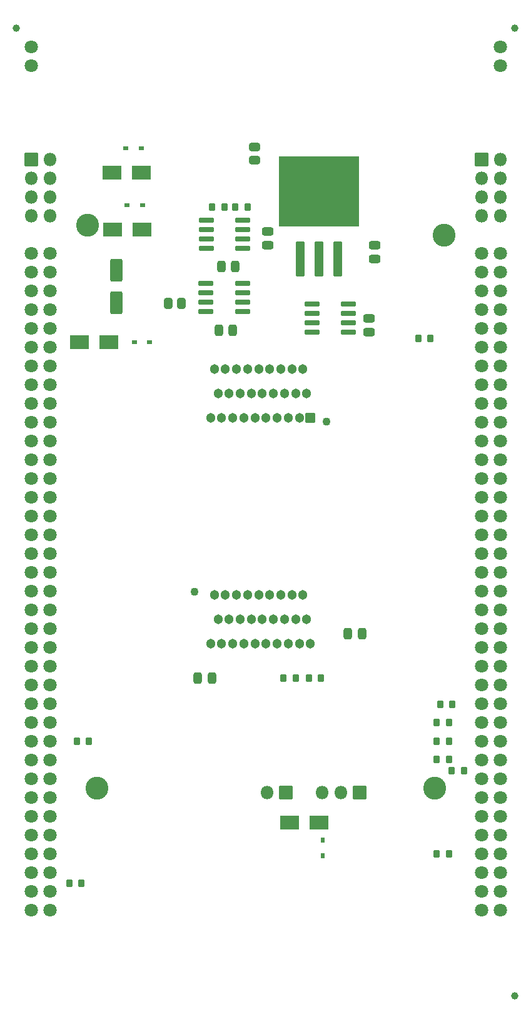
<source format=gbr>
%TF.GenerationSoftware,KiCad,Pcbnew,(6.0.7-1)-1*%
%TF.CreationDate,2022-08-23T13:11:12-05:00*%
%TF.ProjectId,NR1B-ST56,4e523142-2d53-4543-9536-2e6b69636164,rev?*%
%TF.SameCoordinates,Original*%
%TF.FileFunction,Soldermask,Top*%
%TF.FilePolarity,Negative*%
%FSLAX46Y46*%
G04 Gerber Fmt 4.6, Leading zero omitted, Abs format (unit mm)*
G04 Created by KiCad (PCBNEW (6.0.7-1)-1) date 2022-08-23 13:11:12*
%MOMM*%
%LPD*%
G01*
G04 APERTURE LIST*
G04 Aperture macros list*
%AMRoundRect*
0 Rectangle with rounded corners*
0 $1 Rounding radius*
0 $2 $3 $4 $5 $6 $7 $8 $9 X,Y pos of 4 corners*
0 Add a 4 corners polygon primitive as box body*
4,1,4,$2,$3,$4,$5,$6,$7,$8,$9,$2,$3,0*
0 Add four circle primitives for the rounded corners*
1,1,$1+$1,$2,$3*
1,1,$1+$1,$4,$5*
1,1,$1+$1,$6,$7*
1,1,$1+$1,$8,$9*
0 Add four rect primitives between the rounded corners*
20,1,$1+$1,$2,$3,$4,$5,0*
20,1,$1+$1,$4,$5,$6,$7,0*
20,1,$1+$1,$6,$7,$8,$9,0*
20,1,$1+$1,$8,$9,$2,$3,0*%
G04 Aperture macros list end*
%ADD10RoundRect,0.200800X-0.825000X-0.150000X0.825000X-0.150000X0.825000X0.150000X-0.825000X0.150000X0*%
%ADD11RoundRect,0.250800X-0.200000X-0.275000X0.200000X-0.275000X0.200000X0.275000X-0.200000X0.275000X0*%
%ADD12RoundRect,0.300800X-0.450000X0.262500X-0.450000X-0.262500X0.450000X-0.262500X0.450000X0.262500X0*%
%ADD13RoundRect,0.050800X-0.850000X-0.850000X0.850000X-0.850000X0.850000X0.850000X-0.850000X0.850000X0*%
%ADD14O,1.801600X1.801600*%
%ADD15RoundRect,0.300800X0.250000X0.475000X-0.250000X0.475000X-0.250000X-0.475000X0.250000X-0.475000X0*%
%ADD16RoundRect,0.300800X-0.250000X-0.475000X0.250000X-0.475000X0.250000X0.475000X-0.250000X0.475000X0*%
%ADD17RoundRect,0.250800X0.200000X0.275000X-0.200000X0.275000X-0.200000X-0.275000X0.200000X-0.275000X0*%
%ADD18RoundRect,0.050800X0.300000X0.225000X-0.300000X0.225000X-0.300000X-0.225000X0.300000X-0.225000X0*%
%ADD19RoundRect,0.050800X0.550000X-2.300000X0.550000X2.300000X-0.550000X2.300000X-0.550000X-2.300000X0*%
%ADD20RoundRect,0.050800X5.400000X-4.700000X5.400000X4.700000X-5.400000X4.700000X-5.400000X-4.700000X0*%
%ADD21RoundRect,0.050800X-1.250000X-0.900000X1.250000X-0.900000X1.250000X0.900000X-1.250000X0.900000X0*%
%ADD22RoundRect,0.050800X-0.850000X0.850000X-0.850000X-0.850000X0.850000X-0.850000X0.850000X0.850000X0*%
%ADD23C,1.000000*%
%ADD24RoundRect,0.050800X-0.300000X-0.225000X0.300000X-0.225000X0.300000X0.225000X-0.300000X0.225000X0*%
%ADD25RoundRect,0.300800X0.475000X-0.250000X0.475000X0.250000X-0.475000X0.250000X-0.475000X-0.250000X0*%
%ADD26RoundRect,0.050800X-0.225000X0.300000X-0.225000X-0.300000X0.225000X-0.300000X0.225000X0.300000X0*%
%ADD27RoundRect,0.050800X1.250000X0.900000X-1.250000X0.900000X-1.250000X-0.900000X1.250000X-0.900000X0*%
%ADD28RoundRect,0.300800X0.550000X-1.250000X0.550000X1.250000X-0.550000X1.250000X-0.550000X-1.250000X0*%
%ADD29C,1.101600*%
%ADD30RoundRect,0.050800X-0.600000X0.600000X-0.600000X-0.600000X0.600000X-0.600000X0.600000X0.600000X0*%
%ADD31C,1.301600*%
%ADD32C,3.101600*%
%ADD33C,1.801600*%
%ADD34RoundRect,0.300800X0.262500X0.450000X-0.262500X0.450000X-0.262500X-0.450000X0.262500X-0.450000X0*%
G04 APERTURE END LIST*
D10*
%TO.C,U3*%
X192150000Y-115060000D03*
X192150000Y-116330000D03*
X192150000Y-117600000D03*
X192150000Y-118870000D03*
X197100000Y-118870000D03*
X197100000Y-117600000D03*
X197100000Y-116330000D03*
X197100000Y-115060000D03*
%TD*%
D11*
%TO.C,R6*%
X196125000Y-104750000D03*
X197775000Y-104750000D03*
%TD*%
D12*
%TO.C,R5*%
X198750000Y-96587500D03*
X198750000Y-98412500D03*
%TD*%
D13*
%TO.C,J2*%
X168499999Y-98300001D03*
D14*
X171039999Y-98300001D03*
X168499999Y-100840001D03*
X171039999Y-100840001D03*
X168499999Y-103380001D03*
X171039999Y-103380001D03*
X168499999Y-105920001D03*
X171039999Y-105920001D03*
%TD*%
D15*
%TO.C,C2*%
X192950000Y-168500000D03*
X191050000Y-168500000D03*
%TD*%
D16*
%TO.C,C1*%
X211400000Y-162500000D03*
X213300000Y-162500000D03*
%TD*%
D11*
%TO.C,R2*%
X206087500Y-168500000D03*
X207737500Y-168500000D03*
%TD*%
D10*
%TO.C,U5*%
X192225000Y-106495000D03*
X192225000Y-107765000D03*
X192225000Y-109035000D03*
X192225000Y-110305000D03*
X197175000Y-110305000D03*
X197175000Y-109035000D03*
X197175000Y-107765000D03*
X197175000Y-106495000D03*
%TD*%
D11*
%TO.C,R10*%
X223425000Y-179500000D03*
X225075000Y-179500000D03*
%TD*%
D17*
%TO.C,R13*%
X222575000Y-122500000D03*
X220925000Y-122500000D03*
%TD*%
D10*
%TO.C,U2*%
X206525000Y-117845000D03*
X206525000Y-119115000D03*
X206525000Y-120385000D03*
X206525000Y-121655000D03*
X211475000Y-121655000D03*
X211475000Y-120385000D03*
X211475000Y-119115000D03*
X211475000Y-117845000D03*
%TD*%
D18*
%TO.C,D8*%
X183400000Y-96800000D03*
X181300000Y-96800000D03*
%TD*%
D19*
%TO.C,U4*%
X204935000Y-111725000D03*
X207475000Y-111725000D03*
D20*
X207475000Y-102575000D03*
D19*
X210015000Y-111725000D03*
%TD*%
D21*
%TO.C,D9*%
X179500000Y-107750000D03*
X183500000Y-107750000D03*
%TD*%
D22*
%TO.C,JP1*%
X213000000Y-184000000D03*
D14*
X210460000Y-184000000D03*
X207920000Y-184000000D03*
%TD*%
D23*
%TO.C,FID2*%
X234000000Y-80500000D03*
%TD*%
D24*
%TO.C,D4*%
X182450000Y-123000000D03*
X184550000Y-123000000D03*
%TD*%
D15*
%TO.C,C8*%
X196150000Y-112800000D03*
X194250000Y-112800000D03*
%TD*%
D25*
%TO.C,C7*%
X215000000Y-111750000D03*
X215000000Y-109850000D03*
%TD*%
D26*
%TO.C,D6*%
X208000000Y-190450000D03*
X208000000Y-192550000D03*
%TD*%
D27*
%TO.C,D3*%
X179000000Y-123000000D03*
X175000000Y-123000000D03*
%TD*%
D28*
%TO.C,C5*%
X180000000Y-117700000D03*
X180000000Y-113300000D03*
%TD*%
D23*
%TO.C,FID1*%
X166500000Y-80500000D03*
%TD*%
D17*
%TO.C,R11*%
X225075000Y-174500000D03*
X223425000Y-174500000D03*
%TD*%
D27*
%TO.C,D7*%
X183450000Y-100050000D03*
X179450000Y-100050000D03*
%TD*%
D24*
%TO.C,D10*%
X181450000Y-104500000D03*
X183550000Y-104500000D03*
%TD*%
D29*
%TO.C,U1*%
X190625742Y-156759258D03*
X208475742Y-133759258D03*
D30*
X206300742Y-133269258D03*
D31*
X205800742Y-129969258D03*
X205300742Y-126669258D03*
X204800742Y-133269258D03*
X204300742Y-129969258D03*
X203800742Y-126669258D03*
X203300742Y-133269258D03*
X202800742Y-129969258D03*
X202300742Y-126669258D03*
X201800742Y-133269258D03*
X201300742Y-129969258D03*
X200800742Y-126669258D03*
X200300742Y-133269258D03*
X199800742Y-129969258D03*
X199300742Y-126669258D03*
X198800742Y-133269258D03*
X198300742Y-129969258D03*
X197800742Y-126669258D03*
X197300742Y-133269258D03*
X196800742Y-129969258D03*
X196300742Y-126669258D03*
X195800742Y-133269258D03*
X195300742Y-129969258D03*
X194800742Y-126669258D03*
X194300742Y-133269258D03*
X193800742Y-129969258D03*
X193300742Y-126669258D03*
X192800742Y-133269258D03*
X192800742Y-163849258D03*
X193300742Y-157249258D03*
X193800742Y-160549258D03*
X194300742Y-163849258D03*
X194800742Y-157249258D03*
X195300742Y-160549258D03*
X195800742Y-163849258D03*
X196300742Y-157249258D03*
X196800742Y-160549258D03*
X197300742Y-163849258D03*
X197800742Y-157249258D03*
X198300742Y-160549258D03*
X198800742Y-163849258D03*
X199300742Y-157249258D03*
X199800742Y-160549258D03*
X200300742Y-163849258D03*
X200800742Y-157249258D03*
X201300742Y-160549258D03*
X201800742Y-163849258D03*
X202300742Y-157249258D03*
X202800742Y-160549258D03*
X203300742Y-163849258D03*
X203800742Y-157249258D03*
X204300742Y-160549258D03*
X204800742Y-163849258D03*
X205300742Y-157249258D03*
X205800742Y-160549258D03*
X206300742Y-163849258D03*
%TD*%
D17*
%TO.C,R9*%
X225500000Y-172000000D03*
X223850000Y-172000000D03*
%TD*%
D11*
%TO.C,R1*%
X202675000Y-168500000D03*
X204325000Y-168500000D03*
%TD*%
D27*
%TO.C,D5*%
X207500000Y-188000000D03*
X203500000Y-188000000D03*
%TD*%
D17*
%TO.C,R14*%
X175325000Y-196250000D03*
X173675000Y-196250000D03*
%TD*%
%TO.C,R7*%
X194675000Y-104750000D03*
X193025000Y-104750000D03*
%TD*%
%TO.C,R3*%
X176324999Y-177000001D03*
X174674999Y-177000001D03*
%TD*%
D23*
%TO.C,FID3*%
X234000000Y-211500000D03*
%TD*%
D13*
%TO.C,J1*%
X229499999Y-98300001D03*
D14*
X232039999Y-98300001D03*
X229499999Y-100840001D03*
X232039999Y-100840001D03*
X229499999Y-103380001D03*
X232039999Y-103380001D03*
X229499999Y-105920001D03*
X232039999Y-105920001D03*
%TD*%
D15*
%TO.C,C4*%
X195800000Y-121400000D03*
X193900000Y-121400000D03*
%TD*%
D22*
%TO.C,J3*%
X203000000Y-184000000D03*
D14*
X200460000Y-184000000D03*
%TD*%
D11*
%TO.C,R12*%
X223425000Y-177000000D03*
X225075000Y-177000000D03*
%TD*%
D17*
%TO.C,R15*%
X225075000Y-192250000D03*
X223425000Y-192250000D03*
%TD*%
D11*
%TO.C,R8*%
X225425000Y-181000000D03*
X227075000Y-181000000D03*
%TD*%
D32*
%TO.C,X1*%
X177389999Y-183390001D03*
X224399999Y-108500001D03*
X176119999Y-107190001D03*
X223099999Y-183400001D03*
D33*
X168499999Y-111000001D03*
X171039999Y-111000001D03*
X168499999Y-113540001D03*
X171039999Y-113540001D03*
X168499999Y-116080001D03*
X171039999Y-116080001D03*
X168499999Y-118620001D03*
X171039999Y-118620001D03*
X168499999Y-121160001D03*
X171039999Y-121160001D03*
X168499999Y-123700001D03*
X171039999Y-123700001D03*
X168499999Y-126240001D03*
X171039999Y-126240001D03*
X168499999Y-128780001D03*
X171039999Y-128780001D03*
X168499999Y-131320001D03*
X171039999Y-131320001D03*
X168499999Y-133860001D03*
X171039999Y-133860001D03*
X168499999Y-136400001D03*
X171039999Y-136400001D03*
X168499999Y-138940001D03*
X171039999Y-138940001D03*
X168499999Y-141480001D03*
X171039999Y-141480001D03*
X168499999Y-144020001D03*
X171039999Y-144020001D03*
X168499999Y-146560001D03*
X171039999Y-146560001D03*
X168499999Y-149100001D03*
X171039999Y-149100001D03*
X168499999Y-151640001D03*
X171039999Y-151640001D03*
X168499999Y-154180001D03*
X171039999Y-154180001D03*
X168499999Y-156720001D03*
X171039999Y-156720001D03*
X168499999Y-159260001D03*
X171039999Y-159260001D03*
X168499999Y-161800001D03*
X171039999Y-161800001D03*
X168499999Y-164340001D03*
X171039999Y-164340001D03*
X168499999Y-166880001D03*
X171039999Y-166880001D03*
X168499999Y-169420001D03*
X171039999Y-169420001D03*
X168499999Y-171960001D03*
X171039999Y-171960001D03*
X168499999Y-174500001D03*
X171039999Y-174500001D03*
X168499999Y-177040001D03*
X171039999Y-177040001D03*
X168499999Y-179580001D03*
X171039999Y-179580001D03*
X168499999Y-182120001D03*
X171039999Y-182120001D03*
X168499999Y-184660001D03*
X171039999Y-184660001D03*
X168499999Y-187200001D03*
X171039999Y-187200001D03*
X168499999Y-189740001D03*
X171039999Y-189740001D03*
X168499999Y-192280001D03*
X171039999Y-192280001D03*
X168499999Y-194820001D03*
X171039999Y-194820001D03*
X168499999Y-197360001D03*
X171039999Y-197360001D03*
X168499999Y-199900001D03*
X171039999Y-199900001D03*
X229459999Y-111000001D03*
X231999999Y-111000001D03*
X229459999Y-113540001D03*
X231999999Y-113540001D03*
X229459999Y-116080001D03*
X231999999Y-116080001D03*
X229459999Y-118620001D03*
X231999999Y-118620001D03*
X229459999Y-121160001D03*
X231999999Y-121160001D03*
X229459999Y-123700001D03*
X231999999Y-123700001D03*
X229459999Y-126240001D03*
X231999999Y-126240001D03*
X229459999Y-128780001D03*
X231999999Y-128780001D03*
X229459999Y-131320001D03*
X231999999Y-131320001D03*
X229459999Y-133860001D03*
X231999999Y-133860001D03*
X229459999Y-136400001D03*
X231999999Y-136400001D03*
X229459999Y-138940001D03*
X231999999Y-138940001D03*
X229459999Y-141480001D03*
X231999999Y-141480001D03*
X229459999Y-144020001D03*
X231999999Y-144020001D03*
X229459999Y-146560001D03*
X231999999Y-146560001D03*
X229459999Y-149100001D03*
X231999999Y-149100001D03*
X229459999Y-151640001D03*
X231999999Y-151640001D03*
X229459999Y-154180001D03*
X231999999Y-154180001D03*
X229459999Y-156720001D03*
X231999999Y-156720001D03*
X229459999Y-159260001D03*
X231999999Y-159260001D03*
X229459999Y-161800001D03*
X231999999Y-161800001D03*
X229459999Y-164340001D03*
X231999999Y-164340001D03*
X229459999Y-166880001D03*
X231999999Y-166880001D03*
X229459999Y-169420001D03*
X231999999Y-169420001D03*
X229459999Y-171960001D03*
X231999999Y-171960001D03*
X229459999Y-174500001D03*
X231999999Y-174500001D03*
X229459999Y-177040001D03*
X231999999Y-177040001D03*
X229459999Y-179580001D03*
X231999999Y-179580001D03*
X229459999Y-182120001D03*
X231999999Y-182120001D03*
X229459999Y-184660001D03*
X231999999Y-184660001D03*
X229459999Y-187200001D03*
X231999999Y-187200001D03*
X229459999Y-189740001D03*
X231999999Y-189740001D03*
X229459999Y-192280001D03*
X231999999Y-192280001D03*
X229459999Y-194820001D03*
X231999999Y-194820001D03*
X229459999Y-197360001D03*
X231999999Y-197360001D03*
X229459999Y-199900001D03*
X231999999Y-199900001D03*
X168499999Y-83060001D03*
X168499999Y-85600001D03*
X231999999Y-83060001D03*
X231999999Y-85600001D03*
%TD*%
D34*
%TO.C,R4*%
X188862500Y-117750000D03*
X187037500Y-117750000D03*
%TD*%
D25*
%TO.C,C6*%
X200500000Y-109900000D03*
X200500000Y-108000000D03*
%TD*%
%TO.C,C3*%
X214250000Y-121700000D03*
X214250000Y-119800000D03*
%TD*%
M02*

</source>
